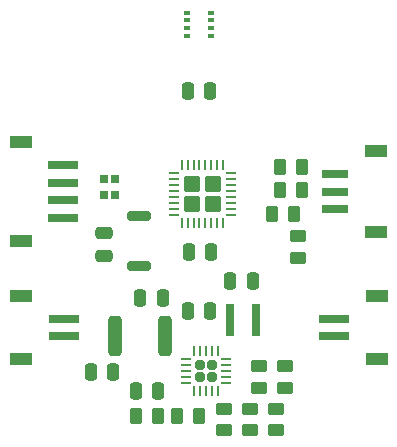
<source format=gbr>
%TF.GenerationSoftware,KiCad,Pcbnew,7.0.8*%
%TF.CreationDate,2023-11-19T15:13:28+01:00*%
%TF.ProjectId,AetherPhylax,41657468-6572-4506-9879-6c61782e6b69,rev?*%
%TF.SameCoordinates,Original*%
%TF.FileFunction,Paste,Top*%
%TF.FilePolarity,Positive*%
%FSLAX46Y46*%
G04 Gerber Fmt 4.6, Leading zero omitted, Abs format (unit mm)*
G04 Created by KiCad (PCBNEW 7.0.8) date 2023-11-19 15:13:28*
%MOMM*%
%LPD*%
G01*
G04 APERTURE LIST*
G04 Aperture macros list*
%AMRoundRect*
0 Rectangle with rounded corners*
0 $1 Rounding radius*
0 $2 $3 $4 $5 $6 $7 $8 $9 X,Y pos of 4 corners*
0 Add a 4 corners polygon primitive as box body*
4,1,4,$2,$3,$4,$5,$6,$7,$8,$9,$2,$3,0*
0 Add four circle primitives for the rounded corners*
1,1,$1+$1,$2,$3*
1,1,$1+$1,$4,$5*
1,1,$1+$1,$6,$7*
1,1,$1+$1,$8,$9*
0 Add four rect primitives between the rounded corners*
20,1,$1+$1,$2,$3,$4,$5,0*
20,1,$1+$1,$4,$5,$6,$7,0*
20,1,$1+$1,$6,$7,$8,$9,0*
20,1,$1+$1,$8,$9,$2,$3,0*%
G04 Aperture macros list end*
%ADD10RoundRect,0.202500X-0.202500X-0.202500X0.202500X-0.202500X0.202500X0.202500X-0.202500X0.202500X0*%
%ADD11RoundRect,0.062500X-0.375000X-0.062500X0.375000X-0.062500X0.375000X0.062500X-0.375000X0.062500X0*%
%ADD12RoundRect,0.062500X-0.062500X-0.375000X0.062500X-0.375000X0.062500X0.375000X-0.062500X0.375000X0*%
%ADD13R,0.500000X0.350000*%
%ADD14RoundRect,0.250000X0.250000X0.475000X-0.250000X0.475000X-0.250000X-0.475000X0.250000X-0.475000X0*%
%ADD15R,2.500000X0.700000*%
%ADD16R,1.900000X1.100000*%
%ADD17RoundRect,0.250000X0.262500X0.450000X-0.262500X0.450000X-0.262500X-0.450000X0.262500X-0.450000X0*%
%ADD18RoundRect,0.250000X0.450000X-0.262500X0.450000X0.262500X-0.450000X0.262500X-0.450000X-0.262500X0*%
%ADD19RoundRect,0.250000X-0.250000X-0.475000X0.250000X-0.475000X0.250000X0.475000X-0.250000X0.475000X0*%
%ADD20RoundRect,0.250000X-0.262500X-0.450000X0.262500X-0.450000X0.262500X0.450000X-0.262500X0.450000X0*%
%ADD21RoundRect,0.200000X-0.800000X0.200000X-0.800000X-0.200000X0.800000X-0.200000X0.800000X0.200000X0*%
%ADD22R,0.640000X0.700000*%
%ADD23RoundRect,0.250000X0.455000X-0.455000X0.455000X0.455000X-0.455000X0.455000X-0.455000X-0.455000X0*%
%ADD24RoundRect,0.062500X0.062500X-0.375000X0.062500X0.375000X-0.062500X0.375000X-0.062500X-0.375000X0*%
%ADD25RoundRect,0.062500X0.375000X-0.062500X0.375000X0.062500X-0.375000X0.062500X-0.375000X-0.062500X0*%
%ADD26R,0.800000X2.700000*%
%ADD27RoundRect,0.250000X-0.475000X0.250000X-0.475000X-0.250000X0.475000X-0.250000X0.475000X0.250000X0*%
%ADD28RoundRect,0.250000X-0.312500X-1.450000X0.312500X-1.450000X0.312500X1.450000X-0.312500X1.450000X0*%
%ADD29R,2.300000X0.700000*%
G04 APERTURE END LIST*
D10*
%TO.C,U1*%
X152650000Y-89850000D03*
X152650000Y-90850000D03*
X153650000Y-89850000D03*
X153650000Y-90850000D03*
D11*
X151462500Y-89350000D03*
X151462500Y-89850000D03*
X151462500Y-90350000D03*
X151462500Y-90850000D03*
X151462500Y-91350000D03*
D12*
X152150000Y-92037500D03*
X152650000Y-92037500D03*
X153150000Y-92037500D03*
X153650000Y-92037500D03*
X154150000Y-92037500D03*
D11*
X154837500Y-91350000D03*
X154837500Y-90850000D03*
X154837500Y-90350000D03*
X154837500Y-89850000D03*
X154837500Y-89350000D03*
D12*
X154150000Y-88662500D03*
X153650000Y-88662500D03*
X153150000Y-88662500D03*
X152650000Y-88662500D03*
X152150000Y-88662500D03*
%TD*%
D13*
%TO.C,U2*%
X151525000Y-61950000D03*
X151525000Y-61300000D03*
X151525000Y-60650000D03*
X151525000Y-60000000D03*
X153575000Y-60000000D03*
X153575000Y-60650000D03*
X153575000Y-61300000D03*
X153575000Y-61950000D03*
%TD*%
D14*
%TO.C,COUT1*%
X157100000Y-82750000D03*
X155200000Y-82750000D03*
%TD*%
D15*
%TO.C,BATT1*%
X164000000Y-87400000D03*
X164000000Y-85900000D03*
D16*
X167600000Y-89350000D03*
X167600000Y-83950000D03*
%TD*%
D14*
%TO.C,CSTOR1*%
X149500000Y-84150000D03*
X147600000Y-84150000D03*
%TD*%
D17*
%TO.C,ROV2*%
X152562500Y-94150000D03*
X150737500Y-94150000D03*
%TD*%
D18*
%TO.C,ROK2*%
X156850000Y-95362500D03*
X156850000Y-93537500D03*
%TD*%
D19*
%TO.C,CBYP1*%
X151600000Y-85250000D03*
X153500000Y-85250000D03*
%TD*%
D18*
%TO.C,ROUT1*%
X159850000Y-91762500D03*
X159850000Y-89937500D03*
%TD*%
D20*
%TO.C,R6*%
X159437500Y-75050000D03*
X161262500Y-75050000D03*
%TD*%
D21*
%TO.C,RST1*%
X147450000Y-77250000D03*
X147450000Y-81450000D03*
%TD*%
D19*
%TO.C,C1*%
X151700000Y-80250000D03*
X153600000Y-80250000D03*
%TD*%
D22*
%TO.C,RN1*%
X145420000Y-74050000D03*
X144480000Y-74050000D03*
X144480000Y-75450000D03*
X145420000Y-75450000D03*
%TD*%
D18*
%TO.C,ROK1*%
X157650000Y-91762500D03*
X157650000Y-89937500D03*
%TD*%
D15*
%TO.C,I2C1*%
X141062500Y-72900000D03*
X141062500Y-74400000D03*
X141062500Y-75900000D03*
X141062500Y-77400000D03*
D16*
X137462500Y-70950000D03*
X137462500Y-79350000D03*
%TD*%
D14*
%TO.C,C2*%
X153500000Y-66650000D03*
X151600000Y-66650000D03*
%TD*%
D15*
%TO.C,VIN1*%
X141100000Y-85900000D03*
X141100000Y-87400000D03*
D16*
X137500000Y-83950000D03*
X137500000Y-89350000D03*
%TD*%
D18*
%TO.C,R4*%
X160950000Y-80762500D03*
X160950000Y-78937500D03*
%TD*%
D23*
%TO.C,U3*%
X151975000Y-76225000D03*
X153725000Y-76225000D03*
X151975000Y-74475000D03*
X153725000Y-74475000D03*
D24*
X151100000Y-77787500D03*
X151600000Y-77787500D03*
X152100000Y-77787500D03*
X152600000Y-77787500D03*
X153100000Y-77787500D03*
X153600000Y-77787500D03*
X154100000Y-77787500D03*
X154600000Y-77787500D03*
D25*
X155287500Y-77100000D03*
X155287500Y-76600000D03*
X155287500Y-76100000D03*
X155287500Y-75600000D03*
X155287500Y-75100000D03*
X155287500Y-74600000D03*
X155287500Y-74100000D03*
X155287500Y-73600000D03*
D24*
X154600000Y-72912500D03*
X154100000Y-72912500D03*
X153600000Y-72912500D03*
X153100000Y-72912500D03*
X152600000Y-72912500D03*
X152100000Y-72912500D03*
X151600000Y-72912500D03*
X151100000Y-72912500D03*
D25*
X150412500Y-73600000D03*
X150412500Y-74100000D03*
X150412500Y-74600000D03*
X150412500Y-75100000D03*
X150412500Y-75600000D03*
X150412500Y-76100000D03*
X150412500Y-76600000D03*
X150412500Y-77100000D03*
%TD*%
D18*
%TO.C,ROK3*%
X154650000Y-95362500D03*
X154650000Y-93537500D03*
%TD*%
D26*
%TO.C,L2*%
X155150000Y-86050000D03*
X157350000Y-86050000D03*
%TD*%
D17*
%TO.C,ROV1*%
X149062500Y-94150000D03*
X147237500Y-94150000D03*
%TD*%
D27*
%TO.C,C3*%
X144550000Y-78700000D03*
X144550000Y-80600000D03*
%TD*%
D28*
%TO.C,L1*%
X145412500Y-87350000D03*
X149687500Y-87350000D03*
%TD*%
D20*
%TO.C,R3*%
X158737500Y-77050000D03*
X160562500Y-77050000D03*
%TD*%
D14*
%TO.C,CREF1*%
X149100000Y-92050000D03*
X147200000Y-92050000D03*
%TD*%
D18*
%TO.C,ROUT2*%
X159050000Y-95362500D03*
X159050000Y-93537500D03*
%TD*%
D14*
%TO.C,CIN1*%
X145300000Y-90450000D03*
X143400000Y-90450000D03*
%TD*%
D20*
%TO.C,R5*%
X159437500Y-73050000D03*
X161262500Y-73050000D03*
%TD*%
D29*
%TO.C,PA1*%
X164072462Y-76649300D03*
X164077540Y-75150700D03*
X164077540Y-73650700D03*
D16*
X167572460Y-78599300D03*
X167577540Y-71700700D03*
%TD*%
M02*

</source>
